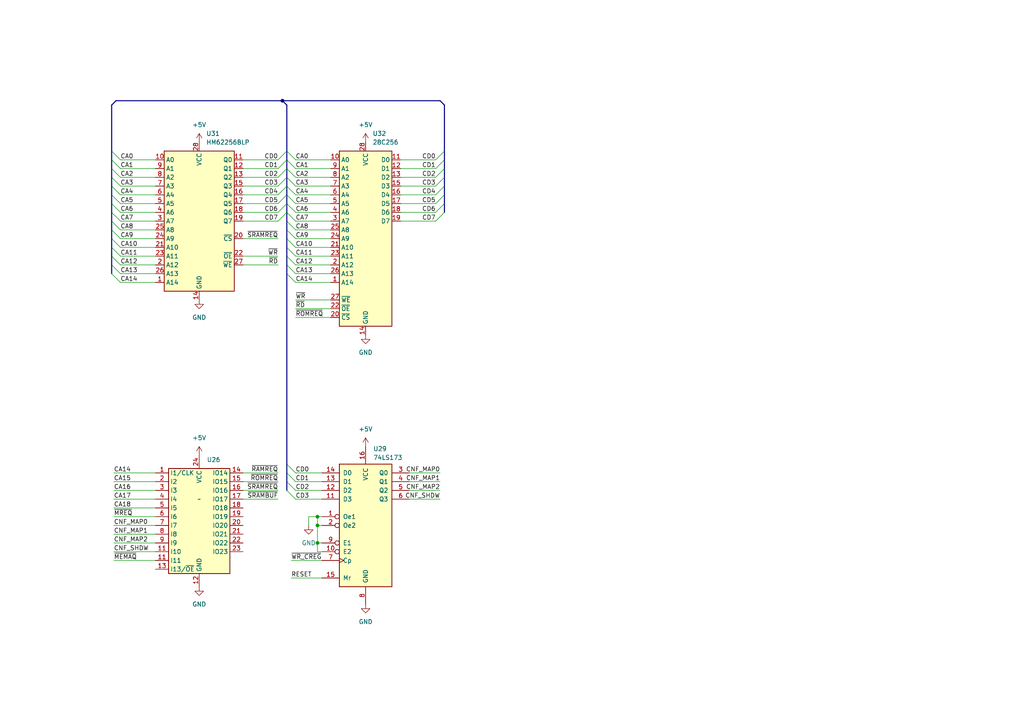
<source format=kicad_sch>
(kicad_sch (version 20230121) (generator eeschema)
  (paper "A4")
  (lib_symbols
    (symbol "74xx:74LS173" (pin_names (offset 1.016))
      (property "Reference" "U" (at -7.62 19.05 0))
      (property "Value" "74LS173" (at -7.62 -19.05 0))
      (symbol "74LS173_1_0"
        (pin input inverted (at -12.7 2.54 0) (length 5.08) (name "Oe1") (number "1"))
        (pin input inverted (at -12.7 -7.62 0) (length 5.08) (name "E2") (number "10"))
        (pin input line (at -12.7 7.62 0) (length 5.08) (name "D3") (number "11"))
        (pin input line (at -12.7 10.16 0) (length 5.08) (name "D2") (number "12"))
        (pin input line (at -12.7 12.7 0) (length 5.08) (name "D1") (number "13"))
        (pin input line (at -12.7 15.24 0) (length 5.08) (name "D0") (number "14"))
        (pin input line (at -12.7 -15.24 0) (length 5.08) (name "Mr") (number "15"))
        (pin power_in line (at 0 22.86 270) (length 5.08) (name "VCC") (number "16"))
        (pin input inverted (at -12.7 0 0) (length 5.08) (name "Oe2") (number "2"))
        (pin tri_state line (at 12.7 15.24 180) (length 5.08) (name "Q0") (number "3"))
        (pin tri_state line (at 12.7 12.7 180) (length 5.08) (name "Q1") (number "4"))
        (pin tri_state line (at 12.7 10.16 180) (length 5.08) (name "Q2") (number "5"))
        (pin tri_state line (at 12.7 7.62 180) (length 5.08) (name "Q3") (number "6"))
        (pin input clock (at -12.7 -10.16 0) (length 5.08) (name "Cp") (number "7"))
        (pin power_in line (at 0 -22.86 90) (length 5.08) (name "GND") (number "8"))
        (pin input inverted (at -12.7 -5.08 0) (length 5.08) (name "E1") (number "9"))
      )
      (symbol "74LS173_1_1"
        (rectangle (start -7.62 17.78) (end 7.62 -17.78) (stroke (width 0.254)) (fill (type background)))
      )
    )
    (symbol "Dennis2:GAL22V10"
      (property "Reference" "U" (at 0 5.08 0))
      (symbol "GAL22V10_0_1"
        (rectangle (start -8.89 13.97) (end 8.89 -16.51) (stroke (width 0.254)) (fill (type background)))
      )
      (symbol "GAL22V10_1_0"
        (pin power_in line (at 0 -20.32 90) (length 3.81) (name "GND") (number "12"))
        (pin power_in line (at 0 17.78 270) (length 3.81) (name "VCC") (number "24"))
      )
      (symbol "GAL22V10_1_1"
        (pin input line (at -12.7 12.7 0) (length 3.81) (name "I1/CLK") (number "1"))
        (pin input line (at -12.7 -10.16 0) (length 3.81) (name "I10") (number "11"))
        (pin input line (at -12.7 -12.7 0) (length 3.81) (name "I11") (number "11"))
        (pin input line (at -12.7 -15.24 0) (length 3.81) (name "I13/~{OE}") (number "13"))
        (pin tri_state line (at 12.7 12.7 180) (length 3.81) (name "IO14") (number "14"))
        (pin tri_state line (at 12.7 10.16 180) (length 3.81) (name "IO15") (number "15"))
        (pin tri_state line (at 12.7 7.62 180) (length 3.81) (name "IO16") (number "16"))
        (pin tri_state line (at 12.7 5.08 180) (length 3.81) (name "IO17") (number "17"))
        (pin tri_state line (at 12.7 2.54 180) (length 3.81) (name "IO18") (number "18"))
        (pin tri_state line (at 12.7 0 180) (length 3.81) (name "IO19") (number "19"))
        (pin input line (at -12.7 10.16 0) (length 3.81) (name "I2") (number "2"))
        (pin tri_state line (at 12.7 -2.54 180) (length 3.81) (name "IO20") (number "20"))
        (pin tri_state line (at 12.7 -5.08 180) (length 3.81) (name "IO21") (number "21"))
        (pin tri_state line (at 12.7 -7.62 180) (length 3.81) (name "IO22") (number "22"))
        (pin tri_state line (at 12.7 -10.16 180) (length 3.81) (name "IO23") (number "23"))
        (pin input line (at -12.7 7.62 0) (length 3.81) (name "I3") (number "3"))
        (pin input line (at -12.7 5.08 0) (length 3.81) (name "I4") (number "4"))
        (pin input line (at -12.7 2.54 0) (length 3.81) (name "I5") (number "5"))
        (pin input line (at -12.7 0 0) (length 3.81) (name "I6") (number "6"))
        (pin input line (at -12.7 -2.54 0) (length 3.81) (name "I7") (number "7"))
        (pin input line (at -12.7 -5.08 0) (length 3.81) (name "I8") (number "8"))
        (pin input line (at -12.7 -7.62 0) (length 3.81) (name "I9") (number "9"))
      )
    )
    (symbol "Memory_EEPROM:28C256"
      (property "Reference" "U" (at -7.62 26.67 0))
      (property "Value" "28C256" (at 2.54 -26.67 0))
      (symbol "28C256_1_1"
        (rectangle (start -7.62 25.4) (end 7.62 -25.4) (stroke (width 0.254)) (fill (type background)))
        (pin input line (at -10.16 -12.7 0) (length 2.54) (name "A14") (number "1"))
        (pin input line (at -10.16 22.86 0) (length 2.54) (name "A0") (number "10"))
        (pin tri_state line (at 10.16 22.86 180) (length 2.54) (name "D0") (number "11"))
        (pin tri_state line (at 10.16 20.32 180) (length 2.54) (name "D1") (number "12"))
        (pin tri_state line (at 10.16 17.78 180) (length 2.54) (name "D2") (number "13"))
        (pin power_in line (at 0 -27.94 90) (length 2.54) (name "GND") (number "14"))
        (pin tri_state line (at 10.16 15.24 180) (length 2.54) (name "D3") (number "15"))
        (pin tri_state line (at 10.16 12.7 180) (length 2.54) (name "D4") (number "16"))
        (pin tri_state line (at 10.16 10.16 180) (length 2.54) (name "D5") (number "17"))
        (pin tri_state line (at 10.16 7.62 180) (length 2.54) (name "D6") (number "18"))
        (pin tri_state line (at 10.16 5.08 180) (length 2.54) (name "D7") (number "19"))
        (pin input line (at -10.16 -7.62 0) (length 2.54) (name "A12") (number "2"))
        (pin input line (at -10.16 -22.86 0) (length 2.54) (name "~{CS}") (number "20"))
        (pin input line (at -10.16 -2.54 0) (length 2.54) (name "A10") (number "21"))
        (pin input line (at -10.16 -20.32 0) (length 2.54) (name "~{OE}") (number "22"))
        (pin input line (at -10.16 -5.08 0) (length 2.54) (name "A11") (number "23"))
        (pin input line (at -10.16 0 0) (length 2.54) (name "A9") (number "24"))
        (pin input line (at -10.16 2.54 0) (length 2.54) (name "A8") (number "25"))
        (pin input line (at -10.16 -10.16 0) (length 2.54) (name "A13") (number "26"))
        (pin input line (at -10.16 -17.78 0) (length 2.54) (name "~{WE}") (number "27"))
        (pin power_in line (at 0 27.94 270) (length 2.54) (name "VCC") (number "28"))
        (pin input line (at -10.16 5.08 0) (length 2.54) (name "A7") (number "3"))
        (pin input line (at -10.16 7.62 0) (length 2.54) (name "A6") (number "4"))
        (pin input line (at -10.16 10.16 0) (length 2.54) (name "A5") (number "5"))
        (pin input line (at -10.16 12.7 0) (length 2.54) (name "A4") (number "6"))
        (pin input line (at -10.16 15.24 0) (length 2.54) (name "A3") (number "7"))
        (pin input line (at -10.16 17.78 0) (length 2.54) (name "A2") (number "8"))
        (pin input line (at -10.16 20.32 0) (length 2.54) (name "A1") (number "9"))
      )
    )
    (symbol "Memory_RAM:HM62256BLP"
      (property "Reference" "U" (at -10.16 20.955 0))
      (property "Value" "HM62256BLP" (at 2.54 20.955 0))
      (symbol "HM62256BLP_0_0"
        (pin power_in line (at 0 -22.86 90) (length 2.54) (name "GND") (number "14"))
        (pin power_in line (at 0 22.86 270) (length 2.54) (name "VCC") (number "28"))
      )
      (symbol "HM62256BLP_0_1"
        (rectangle (start -10.16 20.32) (end 10.16 -20.32) (stroke (width 0.254)) (fill (type background)))
      )
      (symbol "HM62256BLP_1_1"
        (pin input line (at -12.7 -17.78 0) (length 2.54) (name "A14") (number "1"))
        (pin input line (at -12.7 17.78 0) (length 2.54) (name "A0") (number "10"))
        (pin tri_state line (at 12.7 17.78 180) (length 2.54) (name "Q0") (number "11"))
        (pin tri_state line (at 12.7 15.24 180) (length 2.54) (name "Q1") (number "12"))
        (pin tri_state line (at 12.7 12.7 180) (length 2.54) (name "Q2") (number "13"))
        (pin tri_state line (at 12.7 10.16 180) (length 2.54) (name "Q3") (number "15"))
        (pin tri_state line (at 12.7 7.62 180) (length 2.54) (name "Q4") (number "16"))
        (pin tri_state line (at 12.7 5.08 180) (length 2.54) (name "Q5") (number "17"))
        (pin tri_state line (at 12.7 2.54 180) (length 2.54) (name "Q6") (number "18"))
        (pin tri_state line (at 12.7 0 180) (length 2.54) (name "Q7") (number "19"))
        (pin input line (at -12.7 -12.7 0) (length 2.54) (name "A12") (number "2"))
        (pin input line (at 12.7 -5.08 180) (length 2.54) (name "~{CS}") (number "20"))
        (pin input line (at -12.7 -7.62 0) (length 2.54) (name "A10") (number "21"))
        (pin input line (at 12.7 -10.16 180) (length 2.54) (name "~{OE}") (number "22"))
        (pin input line (at -12.7 -10.16 0) (length 2.54) (name "A11") (number "23"))
        (pin input line (at -12.7 -5.08 0) (length 2.54) (name "A9") (number "24"))
        (pin input line (at -12.7 -2.54 0) (length 2.54) (name "A8") (number "25"))
        (pin input line (at -12.7 -15.24 0) (length 2.54) (name "A13") (number "26"))
        (pin input line (at 12.7 -12.7 180) (length 2.54) (name "~{WE}") (number "27"))
        (pin input line (at -12.7 0 0) (length 2.54) (name "A7") (number "3"))
        (pin input line (at -12.7 2.54 0) (length 2.54) (name "A6") (number "4"))
        (pin input line (at -12.7 5.08 0) (length 2.54) (name "A5") (number "5"))
        (pin input line (at -12.7 7.62 0) (length 2.54) (name "A4") (number "6"))
        (pin input line (at -12.7 10.16 0) (length 2.54) (name "A3") (number "7"))
        (pin input line (at -12.7 12.7 0) (length 2.54) (name "A2") (number "8"))
        (pin input line (at -12.7 15.24 0) (length 2.54) (name "A1") (number "9"))
      )
    )
    (symbol "power:+5V" (power) (pin_names (offset 0))
      (property "Value" "+5V" (at 0 3.556 0))
      (symbol "+5V_0_1"
        (polyline (pts (xy -0.762 1.27) (xy 0 2.54)))
        (polyline (pts (xy 0 0) (xy 0 2.54)))
        (polyline (pts (xy 0 2.54) (xy 0.762 1.27)))
      )
      (symbol "+5V_1_1"
        (pin power_in line (at 0 0 90) (length 0) hide (name "+5V") (number "1"))
      )
    )
    (symbol "power:GND" (power) (pin_names (offset 0))
      (property "Value" "GND" (at 0 -3.81 0))
      (symbol "GND_0_1"
        (polyline (pts (xy 0 0) (xy 0 -1.27) (xy 1.27 -1.27) (xy 0 -2.54) (xy -1.27 -1.27) (xy 0 -1.27)))
      )
      (symbol "GND_1_1"
        (pin power_in line (at 0 0 270) (length 0) hide (name "GND") (number "1"))
      )
    )
  )
  (junction (at 92.075 149.86))
  (junction (at 81.915 29.21))
  (junction (at 92.075 157.48))
  (junction (at 92.075 152.4))
  (bus_entry (at 32.385 53.975) (size 2.54 2.54))
  (bus_entry (at 32.385 56.515) (size 2.54 2.54))
  (bus_entry (at 126.365 59.055) (size 2.54 -2.54))
  (bus_entry (at 32.385 61.595) (size 2.54 2.54))
  (bus_entry (at 85.725 142.24) (size -2.54 -2.54))
  (bus_entry (at 83.185 59.055) (size 2.54 2.54))
  (bus_entry (at 32.385 51.435) (size 2.54 2.54))
  (bus_entry (at 83.185 51.435) (size 2.54 2.54))
  (bus_entry (at 83.185 79.375) (size 2.54 2.54))
  (bus_entry (at 80.645 61.595) (size 2.54 -2.54))
  (bus_entry (at 32.385 46.355) (size 2.54 2.54))
  (bus_entry (at 32.385 79.375) (size 2.54 2.54))
  (bus_entry (at 85.725 139.7) (size -2.54 -2.54))
  (bus_entry (at 126.365 56.515) (size 2.54 -2.54))
  (bus_entry (at 80.645 56.515) (size 2.54 -2.54))
  (bus_entry (at 83.185 53.975) (size 2.54 2.54))
  (bus_entry (at 32.385 69.215) (size 2.54 2.54))
  (bus_entry (at 83.185 56.515) (size 2.54 2.54))
  (bus_entry (at 83.185 48.895) (size 2.54 2.54))
  (bus_entry (at 80.645 59.055) (size 2.54 -2.54))
  (bus_entry (at 80.645 53.975) (size 2.54 -2.54))
  (bus_entry (at 126.365 53.975) (size 2.54 -2.54))
  (bus_entry (at 83.185 64.135) (size 2.54 2.54))
  (bus_entry (at 80.645 48.895) (size 2.54 -2.54))
  (bus_entry (at 32.385 74.295) (size 2.54 2.54))
  (bus_entry (at 83.185 43.815) (size 2.54 2.54))
  (bus_entry (at 126.365 64.135) (size 2.54 -2.54))
  (bus_entry (at 32.385 66.675) (size 2.54 2.54))
  (bus_entry (at 83.185 46.355) (size 2.54 2.54))
  (bus_entry (at 32.385 76.835) (size 2.54 2.54))
  (bus_entry (at 80.645 64.135) (size 2.54 -2.54))
  (bus_entry (at 126.365 61.595) (size 2.54 -2.54))
  (bus_entry (at 83.185 74.295) (size 2.54 2.54))
  (bus_entry (at 126.365 46.355) (size 2.54 -2.54))
  (bus_entry (at 83.185 71.755) (size 2.54 2.54))
  (bus_entry (at 32.385 71.755) (size 2.54 2.54))
  (bus_entry (at 126.365 48.895) (size 2.54 -2.54))
  (bus_entry (at 80.645 51.435) (size 2.54 -2.54))
  (bus_entry (at 83.185 69.215) (size 2.54 2.54))
  (bus_entry (at 126.365 51.435) (size 2.54 -2.54))
  (bus_entry (at 83.185 76.835) (size 2.54 2.54))
  (bus_entry (at 32.385 64.135) (size 2.54 2.54))
  (bus_entry (at 32.385 48.895) (size 2.54 2.54))
  (bus_entry (at 32.385 59.055) (size 2.54 2.54))
  (bus_entry (at 85.725 144.78) (size -2.54 -2.54))
  (bus_entry (at 32.385 43.815) (size 2.54 2.54))
  (bus_entry (at 83.185 61.595) (size 2.54 2.54))
  (bus_entry (at 80.645 46.355) (size 2.54 -2.54))
  (bus_entry (at 83.185 66.675) (size 2.54 2.54))
  (bus_entry (at 85.725 137.16) (size -2.54 -2.54))
  (bus (pts (xy 32.385 46.355) (xy 32.385 48.895)))
  (bus (pts (xy 32.385 71.755) (xy 32.385 74.295)))
  (wire (pts (xy 126.365 64.135) (xy 116.205 64.135)))
  (wire (pts (xy 93.345 162.56) (xy 84.455 162.56)))
  (wire (pts (xy 85.725 64.135) (xy 95.885 64.135)))
  (bus (pts (xy 128.905 46.355) (xy 128.905 48.895)))
  (wire (pts (xy 85.725 139.7) (xy 93.345 139.7)))
  (bus (pts (xy 33.655 29.21) (xy 81.915 29.21)))
  (wire (pts (xy 85.725 142.24) (xy 93.345 142.24)))
  (wire (pts (xy 92.075 152.4) (xy 92.075 157.48)))
  (bus (pts (xy 83.185 46.355) (xy 83.185 48.895)))
  (wire (pts (xy 34.925 74.295) (xy 45.085 74.295)))
  (wire (pts (xy 85.725 74.295) (xy 95.885 74.295)))
  (wire (pts (xy 34.925 56.515) (xy 45.085 56.515)))
  (wire (pts (xy 85.725 89.535) (xy 95.885 89.535)))
  (wire (pts (xy 34.925 46.355) (xy 45.085 46.355)))
  (wire (pts (xy 80.645 64.135) (xy 70.485 64.135)))
  (bus (pts (xy 83.185 134.62) (xy 83.185 137.16)))
  (bus (pts (xy 83.185 51.435) (xy 83.185 53.975)))
  (wire (pts (xy 126.365 59.055) (xy 116.205 59.055)))
  (wire (pts (xy 85.725 86.995) (xy 95.885 86.995)))
  (wire (pts (xy 126.365 56.515) (xy 116.205 56.515)))
  (bus (pts (xy 128.905 43.815) (xy 128.905 46.355)))
  (bus (pts (xy 128.905 59.055) (xy 128.905 61.595)))
  (bus (pts (xy 32.385 76.835) (xy 32.385 79.375)))
  (wire (pts (xy 33.02 162.56) (xy 45.085 162.56)))
  (wire (pts (xy 33.02 152.4) (xy 45.085 152.4)))
  (wire (pts (xy 85.725 53.975) (xy 95.885 53.975)))
  (wire (pts (xy 92.075 160.02) (xy 93.345 160.02)))
  (wire (pts (xy 70.485 142.24) (xy 80.645 142.24)))
  (wire (pts (xy 34.925 81.915) (xy 45.085 81.915)))
  (bus (pts (xy 32.385 30.48) (xy 33.655 29.21)))
  (bus (pts (xy 32.385 51.435) (xy 32.385 53.975)))
  (wire (pts (xy 89.535 152.4) (xy 89.535 149.86)))
  (bus (pts (xy 128.905 56.515) (xy 128.905 59.055)))
  (bus (pts (xy 83.185 137.16) (xy 83.185 139.7)))
  (bus (pts (xy 83.185 59.055) (xy 83.185 61.595)))
  (wire (pts (xy 85.725 48.895) (xy 95.885 48.895)))
  (wire (pts (xy 70.485 69.215) (xy 80.645 69.215)))
  (bus (pts (xy 128.905 53.975) (xy 128.905 56.515)))
  (bus (pts (xy 127.635 29.21) (xy 128.905 30.48)))
  (wire (pts (xy 33.02 144.78) (xy 45.085 144.78)))
  (wire (pts (xy 34.925 61.595) (xy 45.085 61.595)))
  (wire (pts (xy 127.635 142.24) (xy 118.745 142.24)))
  (bus (pts (xy 81.915 29.21) (xy 83.185 30.48)))
  (bus (pts (xy 32.385 61.595) (xy 32.385 64.135)))
  (wire (pts (xy 33.02 149.86) (xy 45.085 149.86)))
  (bus (pts (xy 81.915 29.21) (xy 127.635 29.21)))
  (wire (pts (xy 85.725 61.595) (xy 95.885 61.595)))
  (bus (pts (xy 83.185 76.835) (xy 83.185 79.375)))
  (wire (pts (xy 33.02 137.16) (xy 45.085 137.16)))
  (bus (pts (xy 83.185 71.755) (xy 83.185 74.295)))
  (wire (pts (xy 80.645 76.835) (xy 70.485 76.835)))
  (bus (pts (xy 83.185 69.215) (xy 83.185 71.755)))
  (wire (pts (xy 127.635 137.16) (xy 118.745 137.16)))
  (wire (pts (xy 34.925 79.375) (xy 45.085 79.375)))
  (wire (pts (xy 85.725 137.16) (xy 93.345 137.16)))
  (wire (pts (xy 70.485 139.7) (xy 80.645 139.7)))
  (wire (pts (xy 95.885 92.075) (xy 85.725 92.075)))
  (wire (pts (xy 80.645 48.895) (xy 70.485 48.895)))
  (wire (pts (xy 34.925 53.975) (xy 45.085 53.975)))
  (bus (pts (xy 83.185 61.595) (xy 83.185 64.135)))
  (wire (pts (xy 126.365 61.595) (xy 116.205 61.595)))
  (wire (pts (xy 33.02 157.48) (xy 45.085 157.48)))
  (bus (pts (xy 32.385 43.815) (xy 32.385 46.355)))
  (wire (pts (xy 70.485 144.78) (xy 80.645 144.78)))
  (wire (pts (xy 127.635 144.78) (xy 118.745 144.78)))
  (bus (pts (xy 83.185 74.295) (xy 83.185 76.835)))
  (wire (pts (xy 80.645 51.435) (xy 70.485 51.435)))
  (bus (pts (xy 83.185 43.815) (xy 83.185 46.355)))
  (wire (pts (xy 85.725 144.78) (xy 93.345 144.78)))
  (bus (pts (xy 32.385 69.215) (xy 32.385 71.755)))
  (wire (pts (xy 33.02 147.32) (xy 45.085 147.32)))
  (wire (pts (xy 126.365 51.435) (xy 116.205 51.435)))
  (bus (pts (xy 32.385 48.895) (xy 32.385 51.435)))
  (wire (pts (xy 85.725 76.835) (xy 95.885 76.835)))
  (wire (pts (xy 85.725 66.675) (xy 95.885 66.675)))
  (bus (pts (xy 32.385 56.515) (xy 32.385 59.055)))
  (wire (pts (xy 33.02 142.24) (xy 45.085 142.24)))
  (wire (pts (xy 126.365 48.895) (xy 116.205 48.895)))
  (bus (pts (xy 32.385 66.675) (xy 32.385 69.215)))
  (wire (pts (xy 34.925 59.055) (xy 45.085 59.055)))
  (wire (pts (xy 70.485 137.16) (xy 80.645 137.16)))
  (bus (pts (xy 83.185 64.135) (xy 83.185 66.675)))
  (wire (pts (xy 92.075 157.48) (xy 93.345 157.48)))
  (wire (pts (xy 33.02 154.94) (xy 45.085 154.94)))
  (wire (pts (xy 85.725 71.755) (xy 95.885 71.755)))
  (wire (pts (xy 92.075 157.48) (xy 92.075 160.02)))
  (wire (pts (xy 92.075 152.4) (xy 93.345 152.4)))
  (bus (pts (xy 32.385 64.135) (xy 32.385 66.675)))
  (bus (pts (xy 83.185 56.515) (xy 83.185 59.055)))
  (wire (pts (xy 85.725 46.355) (xy 95.885 46.355)))
  (wire (pts (xy 126.365 53.975) (xy 116.205 53.975)))
  (wire (pts (xy 85.725 79.375) (xy 95.885 79.375)))
  (bus (pts (xy 128.905 30.48) (xy 128.905 43.815)))
  (wire (pts (xy 84.455 167.64) (xy 93.345 167.64)))
  (wire (pts (xy 80.645 59.055) (xy 70.485 59.055)))
  (bus (pts (xy 83.185 53.975) (xy 83.185 56.515)))
  (wire (pts (xy 34.925 71.755) (xy 45.085 71.755)))
  (wire (pts (xy 80.645 74.295) (xy 70.485 74.295)))
  (wire (pts (xy 80.645 61.595) (xy 70.485 61.595)))
  (wire (pts (xy 126.365 46.355) (xy 116.205 46.355)))
  (wire (pts (xy 92.075 149.86) (xy 93.345 149.86)))
  (wire (pts (xy 92.075 149.86) (xy 92.075 152.4)))
  (wire (pts (xy 89.535 149.86) (xy 92.075 149.86)))
  (bus (pts (xy 83.185 79.375) (xy 83.185 134.62)))
  (bus (pts (xy 128.905 51.435) (xy 128.905 53.975)))
  (wire (pts (xy 34.925 66.675) (xy 45.085 66.675)))
  (bus (pts (xy 83.185 48.895) (xy 83.185 51.435)))
  (wire (pts (xy 34.925 51.435) (xy 45.085 51.435)))
  (wire (pts (xy 34.925 48.895) (xy 45.085 48.895)))
  (wire (pts (xy 127.635 139.7) (xy 118.745 139.7)))
  (bus (pts (xy 83.185 66.675) (xy 83.185 69.215)))
  (bus (pts (xy 32.385 74.295) (xy 32.385 76.835)))
  (wire (pts (xy 80.645 53.975) (xy 70.485 53.975)))
  (bus (pts (xy 128.905 48.895) (xy 128.905 51.435)))
  (bus (pts (xy 83.185 30.48) (xy 83.185 43.815)))
  (wire (pts (xy 85.725 56.515) (xy 95.885 56.515)))
  (bus (pts (xy 83.185 139.7) (xy 83.185 142.24)))
  (wire (pts (xy 85.725 59.055) (xy 95.885 59.055)))
  (wire (pts (xy 85.725 69.215) (xy 95.885 69.215)))
  (bus (pts (xy 32.385 53.975) (xy 32.385 56.515)))
  (wire (pts (xy 85.725 51.435) (xy 95.885 51.435)))
  (wire (pts (xy 80.645 46.355) (xy 70.485 46.355)))
  (wire (pts (xy 33.02 139.7) (xy 45.085 139.7)))
  (wire (pts (xy 34.925 64.135) (xy 45.085 64.135)))
  (wire (pts (xy 85.725 81.915) (xy 95.885 81.915)))
  (wire (pts (xy 34.925 76.835) (xy 45.085 76.835)))
  (wire (pts (xy 34.925 69.215) (xy 45.085 69.215)))
  (wire (pts (xy 80.645 56.515) (xy 70.485 56.515)))
  (bus (pts (xy 32.385 30.48) (xy 32.385 43.815)))
  (wire (pts (xy 33.02 160.02) (xy 45.085 160.02)))
  (bus (pts (xy 32.385 59.055) (xy 32.385 61.595)))
  (label "CD6" (at 80.645 61.595 180))
  (label "~{WR}" (at 80.645 74.295 180))
  (label "~{WR}" (at 85.725 86.995 0))
  (label "~{SRAMREQ}" (at 80.645 142.24 180))
  (label "~{RD}" (at 85.725 89.535 0))
  (label "CA16" (at 33.02 142.24 0))
  (label "CNF_MAP0" (at 33.02 152.4 0))
  (label "CD1" (at 80.645 48.895 180))
  (label "CD0" (at 126.365 46.355 180))
  (label "CNF_MAP1" (at 33.02 154.94 0))
  (label "CD6" (at 126.365 61.595 180))
  (label "CD1" (at 85.725 139.7 0))
  (label "CA8" (at 34.925 66.675 0))
  (label "CA7" (at 85.725 64.135 0))
  (label "CA13" (at 85.725 79.375 0))
  (label "CD4" (at 126.365 56.515 180))
  (label "CA14" (at 85.725 81.915 0))
  (label "CD2" (at 80.645 51.435 180))
  (label "CA13" (at 34.925 79.375 0))
  (label "CA0" (at 85.725 46.355 0))
  (label "CA3" (at 34.925 53.975 0))
  (label "CD5" (at 80.645 59.055 180))
  (label "CNF_MAP0" (at 127.635 137.16 180))
  (label "~{RAMREQ}" (at 80.645 137.16 180))
  (label "CNF_SHDW" (at 33.02 160.02 0))
  (label "CD3" (at 85.725 144.78 0))
  (label "CD7" (at 80.645 64.135 180))
  (label "CA4" (at 34.925 56.515 0))
  (label "CD2" (at 126.365 51.435 180))
  (label "~{SRAMBUF}" (at 80.645 144.78 180))
  (label "CA4" (at 85.725 56.515 0))
  (label "CD1" (at 126.365 48.895 180))
  (label "CD7" (at 126.365 64.135 180))
  (label "~{ROMREQ}" (at 85.725 92.075 0))
  (label "CD5" (at 126.365 59.055 180))
  (label "CA5" (at 85.725 59.055 0))
  (label "CA10" (at 85.725 71.755 0))
  (label "CA18" (at 33.02 147.32 0))
  (label "CD2" (at 85.725 142.24 0))
  (label "~{SRAMREQ}" (at 80.645 69.215 180))
  (label "CA2" (at 85.725 51.435 0))
  (label "CA1" (at 85.725 48.895 0))
  (label "CA12" (at 85.725 76.835 0))
  (label "CA11" (at 34.925 74.295 0))
  (label "CA3" (at 85.725 53.975 0))
  (label "CA2" (at 34.925 51.435 0))
  (label "CD0" (at 85.725 137.16 0))
  (label "CA9" (at 34.925 69.215 0))
  (label "CA9" (at 85.725 69.215 0))
  (label "CD4" (at 80.645 56.515 180))
  (label "CA1" (at 34.925 48.895 0))
  (label "~{MEMAQ}" (at 33.02 162.56 0))
  (label "CA17" (at 33.02 144.78 0))
  (label "CA6" (at 85.725 61.595 0))
  (label "CNF_SHDW" (at 127.635 144.78 180))
  (label "CA10" (at 34.925 71.755 0))
  (label "CA11" (at 85.725 74.295 0))
  (label "CA0" (at 34.925 46.355 0))
  (label "CA14" (at 33.02 137.16 0))
  (label "CNF_MAP1" (at 127.635 139.7 180))
  (label "CD0" (at 80.645 46.355 180))
  (label "CA7" (at 34.925 64.135 0))
  (label "~{RD}" (at 80.645 76.835 180))
  (label "~{ROMREQ}" (at 80.645 139.7 180))
  (label "RESET" (at 84.455 167.64 0))
  (label "CA6" (at 34.925 61.595 0))
  (label "CA5" (at 34.925 59.055 0))
  (label "~{MREQ}" (at 33.02 149.86 0))
  (label "CD3" (at 126.365 53.975 180))
  (label "CA14" (at 34.925 81.915 0))
  (label "CA15" (at 33.02 139.7 0))
  (label "CNF_MAP2" (at 127.635 142.24 180))
  (label "CA8" (at 85.725 66.675 0))
  (label "CA12" (at 34.925 76.835 0))
  (label "~{WR_CREG}" (at 84.455 162.56 0))
  (label "CNF_MAP2" (at 33.02 157.48 0))
  (label "CD3" (at 80.645 53.975 180))
  (symbol (lib_id "power:+5V") (at 57.785 132.08 0) (unit 1)
    (property "Reference" "#PWR021" (effects hide))
    (property "Value" "+5V" (at 57.785 127 0))
  )
  (symbol (lib_id "power:GND") (at 57.785 170.18 0) (unit 1)
    (property "Reference" "#PWR022" (effects hide))
    (property "Value" "GND" (at 57.785 175.26 0))
  )
  (symbol (lib_id "Memory_RAM:HM62256BLP") (at 57.785 64.135 0) (unit 1)
    (property "Reference" "U31" (at 59.8044 38.735 0) (effects (justify left)))
    (property "Value" "HM62256BLP" (at 59.8044 41.275 0) (effects (justify left)))
    (property "Footprint" "Package_DIP:DIP-28_W7.62mm_Socket_LongPads" (effects hide))
    (property "Datasheet" "https://web.mit.edu/6.115/www/document/62256.pdf" (effects hide))
  )
  (symbol (lib_id "Dennis2:GAL22V10") (at 57.785 149.86 0) (unit 1)
    (property "Reference" "U26" (at 59.9791 133.35 0) (effects (justify left)))
    (property "Value" "~" (at 57.785 144.78 0))
  )
  (symbol (lib_id "power:+5V") (at 106.045 129.54 0) (unit 1)
    (property "Reference" "#PWR034" (effects hide))
    (property "Value" "+5V" (at 106.045 124.46 0))
  )
  (symbol (lib_id "power:GND") (at 106.045 175.26 0) (unit 1)
    (property "Reference" "#PWR035" (effects hide))
    (property "Value" "GND" (at 106.045 180.34 0))
  )
  (symbol (lib_id "power:GND") (at 89.535 152.4 0) (unit 1)
    (property "Reference" "#PWR023" (effects hide))
    (property "Value" "GND" (at 89.535 157.48 0))
  )
  (symbol (lib_id "power:+5V") (at 57.785 41.275 0) (unit 1)
    (property "Reference" "#PWR024" (effects hide))
    (property "Value" "+5V" (at 57.785 36.195 0))
  )
  (symbol (lib_id "power:GND") (at 106.045 97.155 0) (unit 1)
    (property "Reference" "#PWR027" (effects hide))
    (property "Value" "GND" (at 106.045 102.235 0))
  )
  (symbol (lib_id "Memory_EEPROM:28C256") (at 106.045 69.215 0) (unit 1)
    (property "Reference" "U32" (at 108.0644 38.735 0) (effects (justify left)))
    (property "Value" "28C256" (at 108.0644 41.275 0) (effects (justify left)))
    (property "Footprint" "Socket:DIP_Socket-28_W11.9_W12.7_W15.24_W17.78_W18.5_3M_228-1277-00-0602J" (effects hide))
    (property "Datasheet" "http://ww1.microchip.com/downloads/en/DeviceDoc/doc0006.pdf" (effects hide))
  )
  (symbol (lib_id "power:GND") (at 57.785 86.995 0) (unit 1)
    (property "Reference" "#PWR025" (effects hide))
    (property "Value" "GND" (at 57.785 92.075 0))
  )
  (symbol (lib_id "74xx:74LS173") (at 106.045 152.4 0) (unit 1)
    (property "Reference" "U29" (at 108.2391 130.175 0) (effects (justify left)))
    (property "Value" "74LS173" (at 108.2391 132.715 0) (effects (justify left)))
    (property "Datasheet" "http://www.ti.com/lit/gpn/sn74LS173" (effects hide))
  )
  (symbol (lib_id "power:+5V") (at 106.045 41.275 0) (unit 1)
    (property "Reference" "#PWR026" (effects hide))
    (property "Value" "+5V" (at 106.045 36.195 0))
  )
)
</source>
